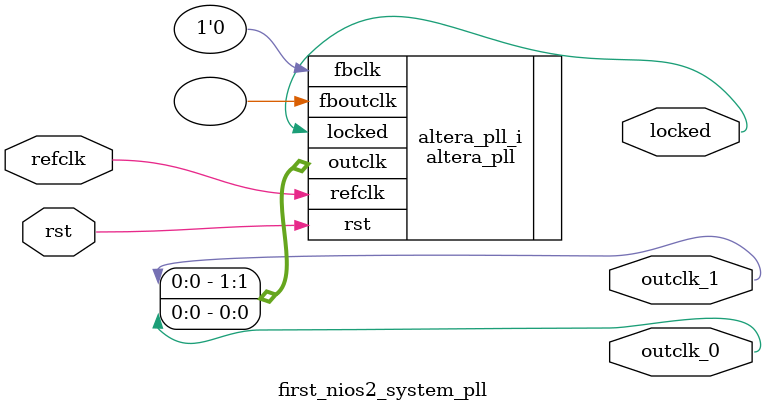
<source format=v>
`timescale 1ns/10ps
module  first_nios2_system_pll(

	// interface 'refclk'
	input wire refclk,

	// interface 'reset'
	input wire rst,

	// interface 'outclk0'
	output wire outclk_0,

	// interface 'outclk1'
	output wire outclk_1,

	// interface 'locked'
	output wire locked
);

	altera_pll #(
		.fractional_vco_multiplier("false"),
		.reference_clock_frequency("50.0 MHz"),
		.operation_mode("direct"),
		.number_of_clocks(2),
		.output_clock_frequency0("50.000000 MHz"),
		.phase_shift0("0 ps"),
		.duty_cycle0(50),
		.output_clock_frequency1("50.000000 MHz"),
		.phase_shift1("-2500 ps"),
		.duty_cycle1(50),
		.output_clock_frequency2("0 MHz"),
		.phase_shift2("0 ps"),
		.duty_cycle2(50),
		.output_clock_frequency3("0 MHz"),
		.phase_shift3("0 ps"),
		.duty_cycle3(50),
		.output_clock_frequency4("0 MHz"),
		.phase_shift4("0 ps"),
		.duty_cycle4(50),
		.output_clock_frequency5("0 MHz"),
		.phase_shift5("0 ps"),
		.duty_cycle5(50),
		.output_clock_frequency6("0 MHz"),
		.phase_shift6("0 ps"),
		.duty_cycle6(50),
		.output_clock_frequency7("0 MHz"),
		.phase_shift7("0 ps"),
		.duty_cycle7(50),
		.output_clock_frequency8("0 MHz"),
		.phase_shift8("0 ps"),
		.duty_cycle8(50),
		.output_clock_frequency9("0 MHz"),
		.phase_shift9("0 ps"),
		.duty_cycle9(50),
		.output_clock_frequency10("0 MHz"),
		.phase_shift10("0 ps"),
		.duty_cycle10(50),
		.output_clock_frequency11("0 MHz"),
		.phase_shift11("0 ps"),
		.duty_cycle11(50),
		.output_clock_frequency12("0 MHz"),
		.phase_shift12("0 ps"),
		.duty_cycle12(50),
		.output_clock_frequency13("0 MHz"),
		.phase_shift13("0 ps"),
		.duty_cycle13(50),
		.output_clock_frequency14("0 MHz"),
		.phase_shift14("0 ps"),
		.duty_cycle14(50),
		.output_clock_frequency15("0 MHz"),
		.phase_shift15("0 ps"),
		.duty_cycle15(50),
		.output_clock_frequency16("0 MHz"),
		.phase_shift16("0 ps"),
		.duty_cycle16(50),
		.output_clock_frequency17("0 MHz"),
		.phase_shift17("0 ps"),
		.duty_cycle17(50),
		.pll_type("General"),
		.pll_subtype("General")
	) altera_pll_i (
		.rst	(rst),
		.outclk	({outclk_1, outclk_0}),
		.locked	(locked),
		.fboutclk	( ),
		.fbclk	(1'b0),
		.refclk	(refclk)
	);
endmodule


</source>
